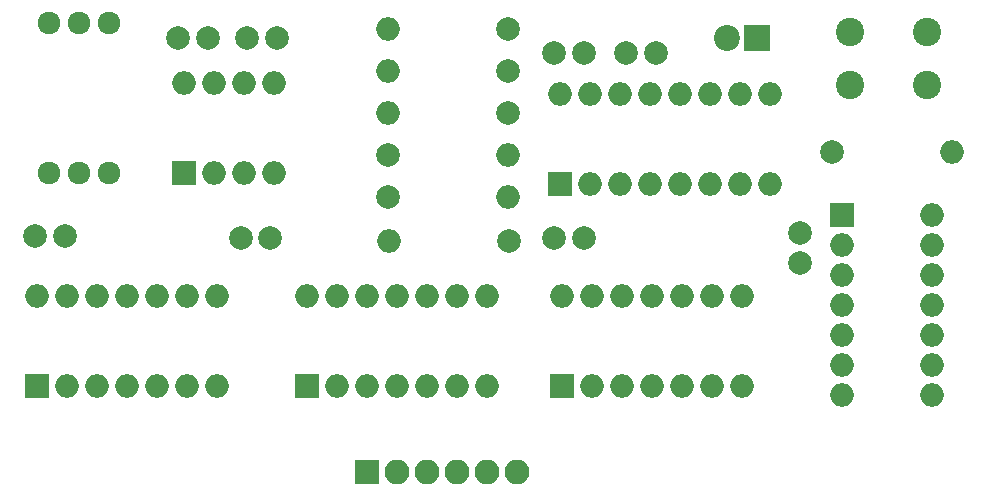
<source format=gbr>
G04 #@! TF.GenerationSoftware,KiCad,Pcbnew,(5.1.4-0-10_14)*
G04 #@! TF.CreationDate,2019-12-21T14:54:42-08:00*
G04 #@! TF.ProjectId,slow-clock,736c6f77-2d63-46c6-9f63-6b2e6b696361,rev?*
G04 #@! TF.SameCoordinates,Original*
G04 #@! TF.FileFunction,Soldermask,Top*
G04 #@! TF.FilePolarity,Negative*
%FSLAX46Y46*%
G04 Gerber Fmt 4.6, Leading zero omitted, Abs format (unit mm)*
G04 Created by KiCad (PCBNEW (5.1.4-0-10_14)) date 2019-12-21 14:54:42*
%MOMM*%
%LPD*%
G04 APERTURE LIST*
%ADD10C,1.924000*%
%ADD11O,2.000000X2.000000*%
%ADD12C,2.000000*%
%ADD13R,2.200000X2.200000*%
%ADD14C,2.200000*%
%ADD15R,2.100000X2.100000*%
%ADD16O,2.100000X2.100000*%
%ADD17C,2.400000*%
%ADD18R,2.000000X2.000000*%
G04 APERTURE END LIST*
D10*
X28956000Y-41656000D03*
X31496000Y-41656000D03*
X34036000Y-41656000D03*
X34036000Y-28956000D03*
X31496000Y-28956000D03*
X28956000Y-28956000D03*
D11*
X57658000Y-29464000D03*
D12*
X67818000Y-29464000D03*
D11*
X57658000Y-33020000D03*
D12*
X67818000Y-33020000D03*
D11*
X105410000Y-39878000D03*
D12*
X95250000Y-39878000D03*
D11*
X67818000Y-43688000D03*
D12*
X57658000Y-43688000D03*
D11*
X57785000Y-47371000D03*
D12*
X67945000Y-47371000D03*
D11*
X67818000Y-40132000D03*
D12*
X57658000Y-40132000D03*
D11*
X57658000Y-36576000D03*
D12*
X67818000Y-36576000D03*
X45760000Y-30226000D03*
X48260000Y-30226000D03*
X42418000Y-30226000D03*
X39918000Y-30226000D03*
X77851000Y-31496000D03*
X80351000Y-31496000D03*
X47712000Y-47117000D03*
X45212000Y-47117000D03*
X71755000Y-31496000D03*
X74255000Y-31496000D03*
X74255000Y-47117000D03*
X71755000Y-47117000D03*
X27813000Y-46990000D03*
X30313000Y-46990000D03*
X92583000Y-49236000D03*
X92583000Y-46736000D03*
D13*
X88900000Y-30226000D03*
D14*
X86360000Y-30226000D03*
D15*
X55880000Y-66929000D03*
D16*
X58420000Y-66929000D03*
X60960000Y-66929000D03*
X63500000Y-66929000D03*
X66040000Y-66929000D03*
X68580000Y-66929000D03*
D17*
X96774000Y-34218000D03*
X96774000Y-29718000D03*
X103274000Y-34218000D03*
X103274000Y-29718000D03*
D18*
X40386000Y-41656000D03*
D11*
X48006000Y-34036000D03*
X42926000Y-41656000D03*
X45466000Y-34036000D03*
X45466000Y-41656000D03*
X42926000Y-34036000D03*
X48006000Y-41656000D03*
X40386000Y-34036000D03*
D18*
X96139000Y-45212000D03*
D11*
X103759000Y-60452000D03*
X96139000Y-47752000D03*
X103759000Y-57912000D03*
X96139000Y-50292000D03*
X103759000Y-55372000D03*
X96139000Y-52832000D03*
X103759000Y-52832000D03*
X96139000Y-55372000D03*
X103759000Y-50292000D03*
X96139000Y-57912000D03*
X103759000Y-47752000D03*
X96139000Y-60452000D03*
X103759000Y-45212000D03*
X50800000Y-52070000D03*
X66040000Y-59690000D03*
X53340000Y-52070000D03*
X63500000Y-59690000D03*
X55880000Y-52070000D03*
X60960000Y-59690000D03*
X58420000Y-52070000D03*
X58420000Y-59690000D03*
X60960000Y-52070000D03*
X55880000Y-59690000D03*
X63500000Y-52070000D03*
X53340000Y-59690000D03*
X66040000Y-52070000D03*
D18*
X50800000Y-59690000D03*
X72263000Y-42545000D03*
D11*
X90043000Y-34925000D03*
X74803000Y-42545000D03*
X87503000Y-34925000D03*
X77343000Y-42545000D03*
X84963000Y-34925000D03*
X79883000Y-42545000D03*
X82423000Y-34925000D03*
X82423000Y-42545000D03*
X79883000Y-34925000D03*
X84963000Y-42545000D03*
X77343000Y-34925000D03*
X87503000Y-42545000D03*
X74803000Y-34925000D03*
X90043000Y-42545000D03*
X72263000Y-34925000D03*
D18*
X27940000Y-59690000D03*
D11*
X43180000Y-52070000D03*
X30480000Y-59690000D03*
X40640000Y-52070000D03*
X33020000Y-59690000D03*
X38100000Y-52070000D03*
X35560000Y-59690000D03*
X35560000Y-52070000D03*
X38100000Y-59690000D03*
X33020000Y-52070000D03*
X40640000Y-59690000D03*
X30480000Y-52070000D03*
X43180000Y-59690000D03*
X27940000Y-52070000D03*
X72390000Y-52070000D03*
X87630000Y-59690000D03*
X74930000Y-52070000D03*
X85090000Y-59690000D03*
X77470000Y-52070000D03*
X82550000Y-59690000D03*
X80010000Y-52070000D03*
X80010000Y-59690000D03*
X82550000Y-52070000D03*
X77470000Y-59690000D03*
X85090000Y-52070000D03*
X74930000Y-59690000D03*
X87630000Y-52070000D03*
D18*
X72390000Y-59690000D03*
M02*

</source>
